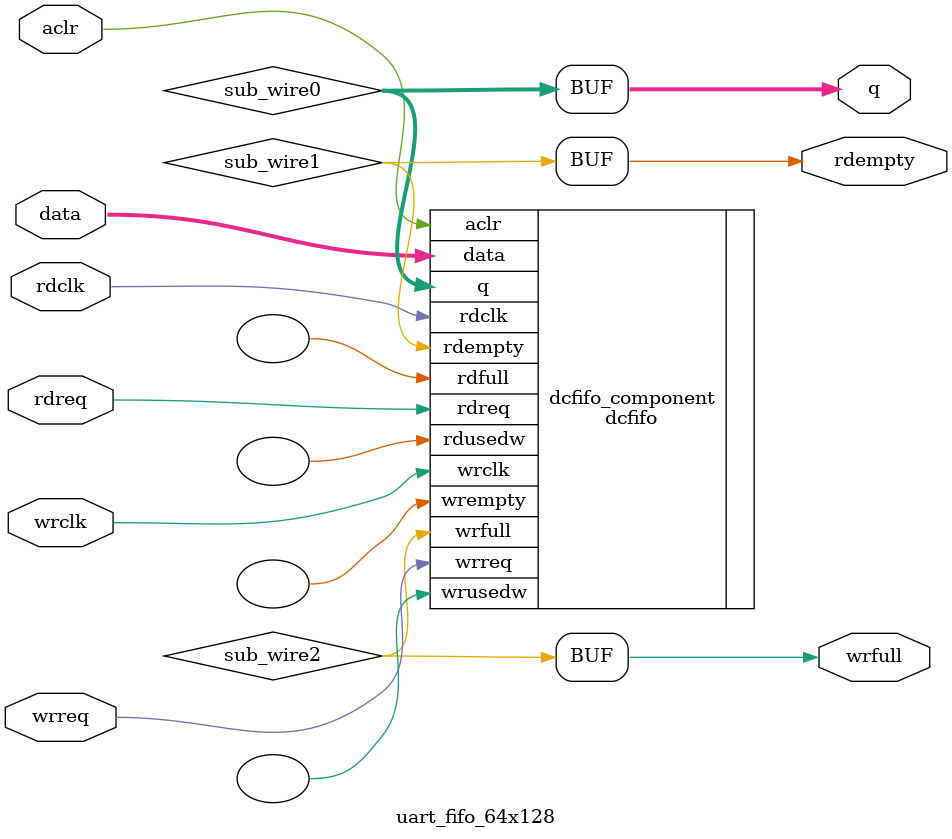
<source format=v>
module uart_fifo_64x128 (
	aclr,
	data,
	rdclk,
	rdreq,
	wrclk,
	wrreq,
	q,
	rdempty,
	wrfull);
	input	  aclr;
	input	[7:0]  data;
	input	  rdclk;
	input	  rdreq;
	input	  wrclk;
	input	  wrreq;
	output	[7:0]  q;
	output	  rdempty;
	output	  wrfull;
`ifndef ALTERA_RESERVED_QIS
// synopsys translate_off
`endif
	tri0	  aclr;
`ifndef ALTERA_RESERVED_QIS
// synopsys translate_on
`endif
	wire [7:0] sub_wire0;
	wire  sub_wire1;
	wire  sub_wire2;
	wire [7:0] q = sub_wire0[7:0];
	wire  rdempty = sub_wire1;
	wire  wrfull = sub_wire2;
	dcfifo	dcfifo_component (
				.aclr (aclr),
				.data (data),
				.rdclk (rdclk),
				.rdreq (rdreq),
				.wrclk (wrclk),
				.wrreq (wrreq),
				.q (sub_wire0),
				.rdempty (sub_wire1),
				.wrfull (sub_wire2),
				.rdfull (),
				.rdusedw (),
				.wrempty (),
				.wrusedw ());
	defparam
		dcfifo_component.intended_device_family = "Cyclone V",
		dcfifo_component.lpm_numwords = 128,
		dcfifo_component.lpm_showahead = "OFF",
		dcfifo_component.lpm_type = "dcfifo",
		dcfifo_component.lpm_width = 8,
		dcfifo_component.lpm_widthu = 7,
		dcfifo_component.overflow_checking = "ON",
		dcfifo_component.rdsync_delaypipe = 4,
		dcfifo_component.read_aclr_synch = "OFF",
		dcfifo_component.underflow_checking = "ON",
		dcfifo_component.use_eab = "ON",
		dcfifo_component.write_aclr_synch = "ON",
		dcfifo_component.wrsync_delaypipe = 4;
endmodule
</source>
